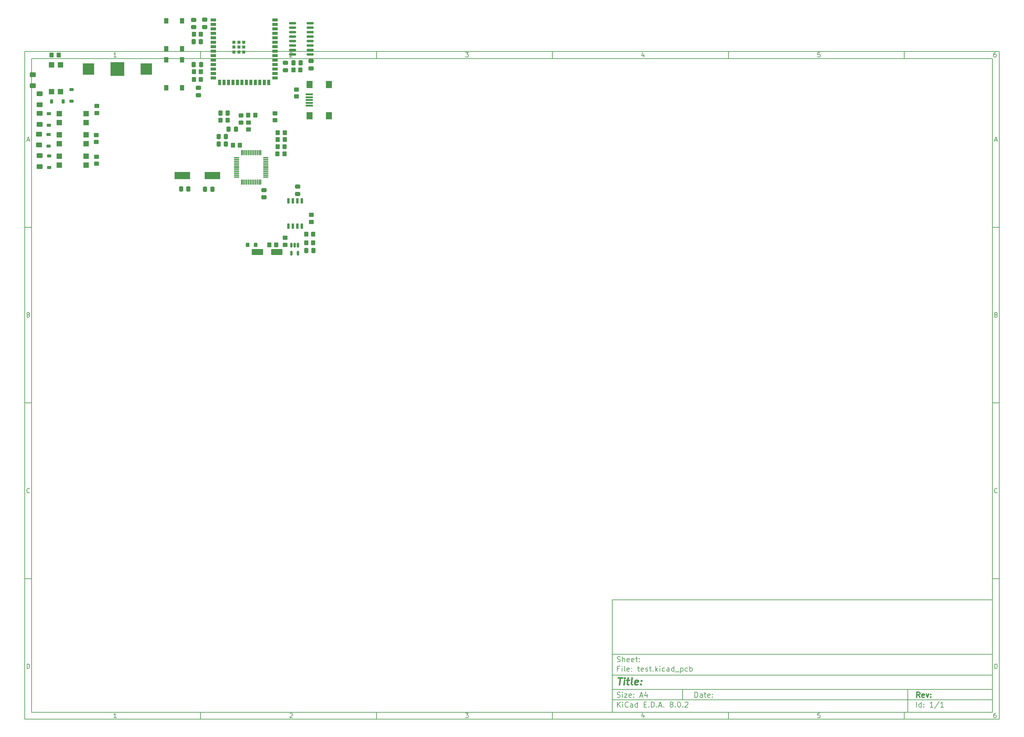
<source format=gbr>
%TF.GenerationSoftware,KiCad,Pcbnew,8.0.2-8.0.2-0~ubuntu22.04.1*%
%TF.CreationDate,2024-05-24T20:00:57+03:30*%
%TF.ProjectId,test,74657374-2e6b-4696-9361-645f70636258,rev?*%
%TF.SameCoordinates,Original*%
%TF.FileFunction,Paste,Top*%
%TF.FilePolarity,Positive*%
%FSLAX46Y46*%
G04 Gerber Fmt 4.6, Leading zero omitted, Abs format (unit mm)*
G04 Created by KiCad (PCBNEW 8.0.2-8.0.2-0~ubuntu22.04.1) date 2024-05-24 20:00:57*
%MOMM*%
%LPD*%
G01*
G04 APERTURE LIST*
G04 Aperture macros list*
%AMRoundRect*
0 Rectangle with rounded corners*
0 $1 Rounding radius*
0 $2 $3 $4 $5 $6 $7 $8 $9 X,Y pos of 4 corners*
0 Add a 4 corners polygon primitive as box body*
4,1,4,$2,$3,$4,$5,$6,$7,$8,$9,$2,$3,0*
0 Add four circle primitives for the rounded corners*
1,1,$1+$1,$2,$3*
1,1,$1+$1,$4,$5*
1,1,$1+$1,$6,$7*
1,1,$1+$1,$8,$9*
0 Add four rect primitives between the rounded corners*
20,1,$1+$1,$2,$3,$4,$5,0*
20,1,$1+$1,$4,$5,$6,$7,0*
20,1,$1+$1,$6,$7,$8,$9,0*
20,1,$1+$1,$8,$9,$2,$3,0*%
G04 Aperture macros list end*
%ADD10C,0.100000*%
%ADD11C,0.150000*%
%ADD12C,0.300000*%
%ADD13C,0.400000*%
%ADD14RoundRect,0.150000X0.150000X-0.650000X0.150000X0.650000X-0.150000X0.650000X-0.150000X-0.650000X0*%
%ADD15RoundRect,0.250000X0.337500X0.475000X-0.337500X0.475000X-0.337500X-0.475000X0.337500X-0.475000X0*%
%ADD16RoundRect,0.250000X0.350000X0.450000X-0.350000X0.450000X-0.350000X-0.450000X0.350000X-0.450000X0*%
%ADD17RoundRect,0.250000X-0.275000X-0.350000X0.275000X-0.350000X0.275000X0.350000X-0.275000X0.350000X0*%
%ADD18RoundRect,0.250000X0.450000X-0.350000X0.450000X0.350000X-0.450000X0.350000X-0.450000X-0.350000X0*%
%ADD19R,3.200000X3.200000*%
%ADD20R,3.900000X3.900000*%
%ADD21R,1.300000X1.550000*%
%ADD22RoundRect,0.250000X-0.450000X0.350000X-0.450000X-0.350000X0.450000X-0.350000X0.450000X0.350000X0*%
%ADD23RoundRect,0.250000X-0.475000X0.337500X-0.475000X-0.337500X0.475000X-0.337500X0.475000X0.337500X0*%
%ADD24RoundRect,0.250000X-0.350000X-0.450000X0.350000X-0.450000X0.350000X0.450000X-0.350000X0.450000X0*%
%ADD25R,4.500000X2.000000*%
%ADD26R,1.600000X1.600000*%
%ADD27RoundRect,0.250000X0.475000X-0.337500X0.475000X0.337500X-0.475000X0.337500X-0.475000X-0.337500X0*%
%ADD28RoundRect,0.225000X-0.375000X0.225000X-0.375000X-0.225000X0.375000X-0.225000X0.375000X0.225000X0*%
%ADD29R,2.000000X0.500000*%
%ADD30R,1.700000X2.000000*%
%ADD31RoundRect,0.150000X0.825000X0.150000X-0.825000X0.150000X-0.825000X-0.150000X0.825000X-0.150000X0*%
%ADD32RoundRect,0.250000X0.625000X-0.400000X0.625000X0.400000X-0.625000X0.400000X-0.625000X-0.400000X0*%
%ADD33RoundRect,0.250000X1.400000X0.600000X-1.400000X0.600000X-1.400000X-0.600000X1.400000X-0.600000X0*%
%ADD34RoundRect,0.225000X-0.225000X-0.375000X0.225000X-0.375000X0.225000X0.375000X-0.225000X0.375000X0*%
%ADD35RoundRect,0.250000X-0.337500X-0.475000X0.337500X-0.475000X0.337500X0.475000X-0.337500X0.475000X0*%
%ADD36RoundRect,0.250000X-0.450000X0.325000X-0.450000X-0.325000X0.450000X-0.325000X0.450000X0.325000X0*%
%ADD37RoundRect,0.250000X-0.625000X0.400000X-0.625000X-0.400000X0.625000X-0.400000X0.625000X0.400000X0*%
%ADD38R,0.900000X0.900000*%
%ADD39R,1.500000X0.900000*%
%ADD40R,0.900000X1.500000*%
%ADD41RoundRect,0.075000X-0.662500X-0.075000X0.662500X-0.075000X0.662500X0.075000X-0.662500X0.075000X0*%
%ADD42RoundRect,0.075000X-0.075000X-0.662500X0.075000X-0.662500X0.075000X0.662500X-0.075000X0.662500X0*%
%ADD43RoundRect,0.150000X-0.150000X0.512500X-0.150000X-0.512500X0.150000X-0.512500X0.150000X0.512500X0*%
G04 APERTURE END LIST*
D10*
D11*
X177002200Y-166007200D02*
X285002200Y-166007200D01*
X285002200Y-198007200D01*
X177002200Y-198007200D01*
X177002200Y-166007200D01*
D10*
D11*
X10000000Y-10000000D02*
X287002200Y-10000000D01*
X287002200Y-200007200D01*
X10000000Y-200007200D01*
X10000000Y-10000000D01*
D10*
D11*
X12000000Y-12000000D02*
X285002200Y-12000000D01*
X285002200Y-198007200D01*
X12000000Y-198007200D01*
X12000000Y-12000000D01*
D10*
D11*
X60000000Y-12000000D02*
X60000000Y-10000000D01*
D10*
D11*
X110000000Y-12000000D02*
X110000000Y-10000000D01*
D10*
D11*
X160000000Y-12000000D02*
X160000000Y-10000000D01*
D10*
D11*
X210000000Y-12000000D02*
X210000000Y-10000000D01*
D10*
D11*
X260000000Y-12000000D02*
X260000000Y-10000000D01*
D10*
D11*
X36089160Y-11593604D02*
X35346303Y-11593604D01*
X35717731Y-11593604D02*
X35717731Y-10293604D01*
X35717731Y-10293604D02*
X35593922Y-10479319D01*
X35593922Y-10479319D02*
X35470112Y-10603128D01*
X35470112Y-10603128D02*
X35346303Y-10665033D01*
D10*
D11*
X85346303Y-10417414D02*
X85408207Y-10355509D01*
X85408207Y-10355509D02*
X85532017Y-10293604D01*
X85532017Y-10293604D02*
X85841541Y-10293604D01*
X85841541Y-10293604D02*
X85965350Y-10355509D01*
X85965350Y-10355509D02*
X86027255Y-10417414D01*
X86027255Y-10417414D02*
X86089160Y-10541223D01*
X86089160Y-10541223D02*
X86089160Y-10665033D01*
X86089160Y-10665033D02*
X86027255Y-10850747D01*
X86027255Y-10850747D02*
X85284398Y-11593604D01*
X85284398Y-11593604D02*
X86089160Y-11593604D01*
D10*
D11*
X135284398Y-10293604D02*
X136089160Y-10293604D01*
X136089160Y-10293604D02*
X135655826Y-10788842D01*
X135655826Y-10788842D02*
X135841541Y-10788842D01*
X135841541Y-10788842D02*
X135965350Y-10850747D01*
X135965350Y-10850747D02*
X136027255Y-10912652D01*
X136027255Y-10912652D02*
X136089160Y-11036461D01*
X136089160Y-11036461D02*
X136089160Y-11345985D01*
X136089160Y-11345985D02*
X136027255Y-11469795D01*
X136027255Y-11469795D02*
X135965350Y-11531700D01*
X135965350Y-11531700D02*
X135841541Y-11593604D01*
X135841541Y-11593604D02*
X135470112Y-11593604D01*
X135470112Y-11593604D02*
X135346303Y-11531700D01*
X135346303Y-11531700D02*
X135284398Y-11469795D01*
D10*
D11*
X185965350Y-10726938D02*
X185965350Y-11593604D01*
X185655826Y-10231700D02*
X185346303Y-11160271D01*
X185346303Y-11160271D02*
X186151064Y-11160271D01*
D10*
D11*
X236027255Y-10293604D02*
X235408207Y-10293604D01*
X235408207Y-10293604D02*
X235346303Y-10912652D01*
X235346303Y-10912652D02*
X235408207Y-10850747D01*
X235408207Y-10850747D02*
X235532017Y-10788842D01*
X235532017Y-10788842D02*
X235841541Y-10788842D01*
X235841541Y-10788842D02*
X235965350Y-10850747D01*
X235965350Y-10850747D02*
X236027255Y-10912652D01*
X236027255Y-10912652D02*
X236089160Y-11036461D01*
X236089160Y-11036461D02*
X236089160Y-11345985D01*
X236089160Y-11345985D02*
X236027255Y-11469795D01*
X236027255Y-11469795D02*
X235965350Y-11531700D01*
X235965350Y-11531700D02*
X235841541Y-11593604D01*
X235841541Y-11593604D02*
X235532017Y-11593604D01*
X235532017Y-11593604D02*
X235408207Y-11531700D01*
X235408207Y-11531700D02*
X235346303Y-11469795D01*
D10*
D11*
X285965350Y-10293604D02*
X285717731Y-10293604D01*
X285717731Y-10293604D02*
X285593922Y-10355509D01*
X285593922Y-10355509D02*
X285532017Y-10417414D01*
X285532017Y-10417414D02*
X285408207Y-10603128D01*
X285408207Y-10603128D02*
X285346303Y-10850747D01*
X285346303Y-10850747D02*
X285346303Y-11345985D01*
X285346303Y-11345985D02*
X285408207Y-11469795D01*
X285408207Y-11469795D02*
X285470112Y-11531700D01*
X285470112Y-11531700D02*
X285593922Y-11593604D01*
X285593922Y-11593604D02*
X285841541Y-11593604D01*
X285841541Y-11593604D02*
X285965350Y-11531700D01*
X285965350Y-11531700D02*
X286027255Y-11469795D01*
X286027255Y-11469795D02*
X286089160Y-11345985D01*
X286089160Y-11345985D02*
X286089160Y-11036461D01*
X286089160Y-11036461D02*
X286027255Y-10912652D01*
X286027255Y-10912652D02*
X285965350Y-10850747D01*
X285965350Y-10850747D02*
X285841541Y-10788842D01*
X285841541Y-10788842D02*
X285593922Y-10788842D01*
X285593922Y-10788842D02*
X285470112Y-10850747D01*
X285470112Y-10850747D02*
X285408207Y-10912652D01*
X285408207Y-10912652D02*
X285346303Y-11036461D01*
D10*
D11*
X60000000Y-198007200D02*
X60000000Y-200007200D01*
D10*
D11*
X110000000Y-198007200D02*
X110000000Y-200007200D01*
D10*
D11*
X160000000Y-198007200D02*
X160000000Y-200007200D01*
D10*
D11*
X210000000Y-198007200D02*
X210000000Y-200007200D01*
D10*
D11*
X260000000Y-198007200D02*
X260000000Y-200007200D01*
D10*
D11*
X36089160Y-199600804D02*
X35346303Y-199600804D01*
X35717731Y-199600804D02*
X35717731Y-198300804D01*
X35717731Y-198300804D02*
X35593922Y-198486519D01*
X35593922Y-198486519D02*
X35470112Y-198610328D01*
X35470112Y-198610328D02*
X35346303Y-198672233D01*
D10*
D11*
X85346303Y-198424614D02*
X85408207Y-198362709D01*
X85408207Y-198362709D02*
X85532017Y-198300804D01*
X85532017Y-198300804D02*
X85841541Y-198300804D01*
X85841541Y-198300804D02*
X85965350Y-198362709D01*
X85965350Y-198362709D02*
X86027255Y-198424614D01*
X86027255Y-198424614D02*
X86089160Y-198548423D01*
X86089160Y-198548423D02*
X86089160Y-198672233D01*
X86089160Y-198672233D02*
X86027255Y-198857947D01*
X86027255Y-198857947D02*
X85284398Y-199600804D01*
X85284398Y-199600804D02*
X86089160Y-199600804D01*
D10*
D11*
X135284398Y-198300804D02*
X136089160Y-198300804D01*
X136089160Y-198300804D02*
X135655826Y-198796042D01*
X135655826Y-198796042D02*
X135841541Y-198796042D01*
X135841541Y-198796042D02*
X135965350Y-198857947D01*
X135965350Y-198857947D02*
X136027255Y-198919852D01*
X136027255Y-198919852D02*
X136089160Y-199043661D01*
X136089160Y-199043661D02*
X136089160Y-199353185D01*
X136089160Y-199353185D02*
X136027255Y-199476995D01*
X136027255Y-199476995D02*
X135965350Y-199538900D01*
X135965350Y-199538900D02*
X135841541Y-199600804D01*
X135841541Y-199600804D02*
X135470112Y-199600804D01*
X135470112Y-199600804D02*
X135346303Y-199538900D01*
X135346303Y-199538900D02*
X135284398Y-199476995D01*
D10*
D11*
X185965350Y-198734138D02*
X185965350Y-199600804D01*
X185655826Y-198238900D02*
X185346303Y-199167471D01*
X185346303Y-199167471D02*
X186151064Y-199167471D01*
D10*
D11*
X236027255Y-198300804D02*
X235408207Y-198300804D01*
X235408207Y-198300804D02*
X235346303Y-198919852D01*
X235346303Y-198919852D02*
X235408207Y-198857947D01*
X235408207Y-198857947D02*
X235532017Y-198796042D01*
X235532017Y-198796042D02*
X235841541Y-198796042D01*
X235841541Y-198796042D02*
X235965350Y-198857947D01*
X235965350Y-198857947D02*
X236027255Y-198919852D01*
X236027255Y-198919852D02*
X236089160Y-199043661D01*
X236089160Y-199043661D02*
X236089160Y-199353185D01*
X236089160Y-199353185D02*
X236027255Y-199476995D01*
X236027255Y-199476995D02*
X235965350Y-199538900D01*
X235965350Y-199538900D02*
X235841541Y-199600804D01*
X235841541Y-199600804D02*
X235532017Y-199600804D01*
X235532017Y-199600804D02*
X235408207Y-199538900D01*
X235408207Y-199538900D02*
X235346303Y-199476995D01*
D10*
D11*
X285965350Y-198300804D02*
X285717731Y-198300804D01*
X285717731Y-198300804D02*
X285593922Y-198362709D01*
X285593922Y-198362709D02*
X285532017Y-198424614D01*
X285532017Y-198424614D02*
X285408207Y-198610328D01*
X285408207Y-198610328D02*
X285346303Y-198857947D01*
X285346303Y-198857947D02*
X285346303Y-199353185D01*
X285346303Y-199353185D02*
X285408207Y-199476995D01*
X285408207Y-199476995D02*
X285470112Y-199538900D01*
X285470112Y-199538900D02*
X285593922Y-199600804D01*
X285593922Y-199600804D02*
X285841541Y-199600804D01*
X285841541Y-199600804D02*
X285965350Y-199538900D01*
X285965350Y-199538900D02*
X286027255Y-199476995D01*
X286027255Y-199476995D02*
X286089160Y-199353185D01*
X286089160Y-199353185D02*
X286089160Y-199043661D01*
X286089160Y-199043661D02*
X286027255Y-198919852D01*
X286027255Y-198919852D02*
X285965350Y-198857947D01*
X285965350Y-198857947D02*
X285841541Y-198796042D01*
X285841541Y-198796042D02*
X285593922Y-198796042D01*
X285593922Y-198796042D02*
X285470112Y-198857947D01*
X285470112Y-198857947D02*
X285408207Y-198919852D01*
X285408207Y-198919852D02*
X285346303Y-199043661D01*
D10*
D11*
X10000000Y-60000000D02*
X12000000Y-60000000D01*
D10*
D11*
X10000000Y-110000000D02*
X12000000Y-110000000D01*
D10*
D11*
X10000000Y-160000000D02*
X12000000Y-160000000D01*
D10*
D11*
X10690476Y-35222176D02*
X11309523Y-35222176D01*
X10566666Y-35593604D02*
X10999999Y-34293604D01*
X10999999Y-34293604D02*
X11433333Y-35593604D01*
D10*
D11*
X11092857Y-84912652D02*
X11278571Y-84974557D01*
X11278571Y-84974557D02*
X11340476Y-85036461D01*
X11340476Y-85036461D02*
X11402380Y-85160271D01*
X11402380Y-85160271D02*
X11402380Y-85345985D01*
X11402380Y-85345985D02*
X11340476Y-85469795D01*
X11340476Y-85469795D02*
X11278571Y-85531700D01*
X11278571Y-85531700D02*
X11154761Y-85593604D01*
X11154761Y-85593604D02*
X10659523Y-85593604D01*
X10659523Y-85593604D02*
X10659523Y-84293604D01*
X10659523Y-84293604D02*
X11092857Y-84293604D01*
X11092857Y-84293604D02*
X11216666Y-84355509D01*
X11216666Y-84355509D02*
X11278571Y-84417414D01*
X11278571Y-84417414D02*
X11340476Y-84541223D01*
X11340476Y-84541223D02*
X11340476Y-84665033D01*
X11340476Y-84665033D02*
X11278571Y-84788842D01*
X11278571Y-84788842D02*
X11216666Y-84850747D01*
X11216666Y-84850747D02*
X11092857Y-84912652D01*
X11092857Y-84912652D02*
X10659523Y-84912652D01*
D10*
D11*
X11402380Y-135469795D02*
X11340476Y-135531700D01*
X11340476Y-135531700D02*
X11154761Y-135593604D01*
X11154761Y-135593604D02*
X11030952Y-135593604D01*
X11030952Y-135593604D02*
X10845238Y-135531700D01*
X10845238Y-135531700D02*
X10721428Y-135407890D01*
X10721428Y-135407890D02*
X10659523Y-135284080D01*
X10659523Y-135284080D02*
X10597619Y-135036461D01*
X10597619Y-135036461D02*
X10597619Y-134850747D01*
X10597619Y-134850747D02*
X10659523Y-134603128D01*
X10659523Y-134603128D02*
X10721428Y-134479319D01*
X10721428Y-134479319D02*
X10845238Y-134355509D01*
X10845238Y-134355509D02*
X11030952Y-134293604D01*
X11030952Y-134293604D02*
X11154761Y-134293604D01*
X11154761Y-134293604D02*
X11340476Y-134355509D01*
X11340476Y-134355509D02*
X11402380Y-134417414D01*
D10*
D11*
X10659523Y-185593604D02*
X10659523Y-184293604D01*
X10659523Y-184293604D02*
X10969047Y-184293604D01*
X10969047Y-184293604D02*
X11154761Y-184355509D01*
X11154761Y-184355509D02*
X11278571Y-184479319D01*
X11278571Y-184479319D02*
X11340476Y-184603128D01*
X11340476Y-184603128D02*
X11402380Y-184850747D01*
X11402380Y-184850747D02*
X11402380Y-185036461D01*
X11402380Y-185036461D02*
X11340476Y-185284080D01*
X11340476Y-185284080D02*
X11278571Y-185407890D01*
X11278571Y-185407890D02*
X11154761Y-185531700D01*
X11154761Y-185531700D02*
X10969047Y-185593604D01*
X10969047Y-185593604D02*
X10659523Y-185593604D01*
D10*
D11*
X287002200Y-60000000D02*
X285002200Y-60000000D01*
D10*
D11*
X287002200Y-110000000D02*
X285002200Y-110000000D01*
D10*
D11*
X287002200Y-160000000D02*
X285002200Y-160000000D01*
D10*
D11*
X285692676Y-35222176D02*
X286311723Y-35222176D01*
X285568866Y-35593604D02*
X286002199Y-34293604D01*
X286002199Y-34293604D02*
X286435533Y-35593604D01*
D10*
D11*
X286095057Y-84912652D02*
X286280771Y-84974557D01*
X286280771Y-84974557D02*
X286342676Y-85036461D01*
X286342676Y-85036461D02*
X286404580Y-85160271D01*
X286404580Y-85160271D02*
X286404580Y-85345985D01*
X286404580Y-85345985D02*
X286342676Y-85469795D01*
X286342676Y-85469795D02*
X286280771Y-85531700D01*
X286280771Y-85531700D02*
X286156961Y-85593604D01*
X286156961Y-85593604D02*
X285661723Y-85593604D01*
X285661723Y-85593604D02*
X285661723Y-84293604D01*
X285661723Y-84293604D02*
X286095057Y-84293604D01*
X286095057Y-84293604D02*
X286218866Y-84355509D01*
X286218866Y-84355509D02*
X286280771Y-84417414D01*
X286280771Y-84417414D02*
X286342676Y-84541223D01*
X286342676Y-84541223D02*
X286342676Y-84665033D01*
X286342676Y-84665033D02*
X286280771Y-84788842D01*
X286280771Y-84788842D02*
X286218866Y-84850747D01*
X286218866Y-84850747D02*
X286095057Y-84912652D01*
X286095057Y-84912652D02*
X285661723Y-84912652D01*
D10*
D11*
X286404580Y-135469795D02*
X286342676Y-135531700D01*
X286342676Y-135531700D02*
X286156961Y-135593604D01*
X286156961Y-135593604D02*
X286033152Y-135593604D01*
X286033152Y-135593604D02*
X285847438Y-135531700D01*
X285847438Y-135531700D02*
X285723628Y-135407890D01*
X285723628Y-135407890D02*
X285661723Y-135284080D01*
X285661723Y-135284080D02*
X285599819Y-135036461D01*
X285599819Y-135036461D02*
X285599819Y-134850747D01*
X285599819Y-134850747D02*
X285661723Y-134603128D01*
X285661723Y-134603128D02*
X285723628Y-134479319D01*
X285723628Y-134479319D02*
X285847438Y-134355509D01*
X285847438Y-134355509D02*
X286033152Y-134293604D01*
X286033152Y-134293604D02*
X286156961Y-134293604D01*
X286156961Y-134293604D02*
X286342676Y-134355509D01*
X286342676Y-134355509D02*
X286404580Y-134417414D01*
D10*
D11*
X285661723Y-185593604D02*
X285661723Y-184293604D01*
X285661723Y-184293604D02*
X285971247Y-184293604D01*
X285971247Y-184293604D02*
X286156961Y-184355509D01*
X286156961Y-184355509D02*
X286280771Y-184479319D01*
X286280771Y-184479319D02*
X286342676Y-184603128D01*
X286342676Y-184603128D02*
X286404580Y-184850747D01*
X286404580Y-184850747D02*
X286404580Y-185036461D01*
X286404580Y-185036461D02*
X286342676Y-185284080D01*
X286342676Y-185284080D02*
X286280771Y-185407890D01*
X286280771Y-185407890D02*
X286156961Y-185531700D01*
X286156961Y-185531700D02*
X285971247Y-185593604D01*
X285971247Y-185593604D02*
X285661723Y-185593604D01*
D10*
D11*
X200458026Y-193793328D02*
X200458026Y-192293328D01*
X200458026Y-192293328D02*
X200815169Y-192293328D01*
X200815169Y-192293328D02*
X201029455Y-192364757D01*
X201029455Y-192364757D02*
X201172312Y-192507614D01*
X201172312Y-192507614D02*
X201243741Y-192650471D01*
X201243741Y-192650471D02*
X201315169Y-192936185D01*
X201315169Y-192936185D02*
X201315169Y-193150471D01*
X201315169Y-193150471D02*
X201243741Y-193436185D01*
X201243741Y-193436185D02*
X201172312Y-193579042D01*
X201172312Y-193579042D02*
X201029455Y-193721900D01*
X201029455Y-193721900D02*
X200815169Y-193793328D01*
X200815169Y-193793328D02*
X200458026Y-193793328D01*
X202600884Y-193793328D02*
X202600884Y-193007614D01*
X202600884Y-193007614D02*
X202529455Y-192864757D01*
X202529455Y-192864757D02*
X202386598Y-192793328D01*
X202386598Y-192793328D02*
X202100884Y-192793328D01*
X202100884Y-192793328D02*
X201958026Y-192864757D01*
X202600884Y-193721900D02*
X202458026Y-193793328D01*
X202458026Y-193793328D02*
X202100884Y-193793328D01*
X202100884Y-193793328D02*
X201958026Y-193721900D01*
X201958026Y-193721900D02*
X201886598Y-193579042D01*
X201886598Y-193579042D02*
X201886598Y-193436185D01*
X201886598Y-193436185D02*
X201958026Y-193293328D01*
X201958026Y-193293328D02*
X202100884Y-193221900D01*
X202100884Y-193221900D02*
X202458026Y-193221900D01*
X202458026Y-193221900D02*
X202600884Y-193150471D01*
X203100884Y-192793328D02*
X203672312Y-192793328D01*
X203315169Y-192293328D02*
X203315169Y-193579042D01*
X203315169Y-193579042D02*
X203386598Y-193721900D01*
X203386598Y-193721900D02*
X203529455Y-193793328D01*
X203529455Y-193793328D02*
X203672312Y-193793328D01*
X204743741Y-193721900D02*
X204600884Y-193793328D01*
X204600884Y-193793328D02*
X204315170Y-193793328D01*
X204315170Y-193793328D02*
X204172312Y-193721900D01*
X204172312Y-193721900D02*
X204100884Y-193579042D01*
X204100884Y-193579042D02*
X204100884Y-193007614D01*
X204100884Y-193007614D02*
X204172312Y-192864757D01*
X204172312Y-192864757D02*
X204315170Y-192793328D01*
X204315170Y-192793328D02*
X204600884Y-192793328D01*
X204600884Y-192793328D02*
X204743741Y-192864757D01*
X204743741Y-192864757D02*
X204815170Y-193007614D01*
X204815170Y-193007614D02*
X204815170Y-193150471D01*
X204815170Y-193150471D02*
X204100884Y-193293328D01*
X205458026Y-193650471D02*
X205529455Y-193721900D01*
X205529455Y-193721900D02*
X205458026Y-193793328D01*
X205458026Y-193793328D02*
X205386598Y-193721900D01*
X205386598Y-193721900D02*
X205458026Y-193650471D01*
X205458026Y-193650471D02*
X205458026Y-193793328D01*
X205458026Y-192864757D02*
X205529455Y-192936185D01*
X205529455Y-192936185D02*
X205458026Y-193007614D01*
X205458026Y-193007614D02*
X205386598Y-192936185D01*
X205386598Y-192936185D02*
X205458026Y-192864757D01*
X205458026Y-192864757D02*
X205458026Y-193007614D01*
D10*
D11*
X177002200Y-194507200D02*
X285002200Y-194507200D01*
D10*
D11*
X178458026Y-196593328D02*
X178458026Y-195093328D01*
X179315169Y-196593328D02*
X178672312Y-195736185D01*
X179315169Y-195093328D02*
X178458026Y-195950471D01*
X179958026Y-196593328D02*
X179958026Y-195593328D01*
X179958026Y-195093328D02*
X179886598Y-195164757D01*
X179886598Y-195164757D02*
X179958026Y-195236185D01*
X179958026Y-195236185D02*
X180029455Y-195164757D01*
X180029455Y-195164757D02*
X179958026Y-195093328D01*
X179958026Y-195093328D02*
X179958026Y-195236185D01*
X181529455Y-196450471D02*
X181458027Y-196521900D01*
X181458027Y-196521900D02*
X181243741Y-196593328D01*
X181243741Y-196593328D02*
X181100884Y-196593328D01*
X181100884Y-196593328D02*
X180886598Y-196521900D01*
X180886598Y-196521900D02*
X180743741Y-196379042D01*
X180743741Y-196379042D02*
X180672312Y-196236185D01*
X180672312Y-196236185D02*
X180600884Y-195950471D01*
X180600884Y-195950471D02*
X180600884Y-195736185D01*
X180600884Y-195736185D02*
X180672312Y-195450471D01*
X180672312Y-195450471D02*
X180743741Y-195307614D01*
X180743741Y-195307614D02*
X180886598Y-195164757D01*
X180886598Y-195164757D02*
X181100884Y-195093328D01*
X181100884Y-195093328D02*
X181243741Y-195093328D01*
X181243741Y-195093328D02*
X181458027Y-195164757D01*
X181458027Y-195164757D02*
X181529455Y-195236185D01*
X182815170Y-196593328D02*
X182815170Y-195807614D01*
X182815170Y-195807614D02*
X182743741Y-195664757D01*
X182743741Y-195664757D02*
X182600884Y-195593328D01*
X182600884Y-195593328D02*
X182315170Y-195593328D01*
X182315170Y-195593328D02*
X182172312Y-195664757D01*
X182815170Y-196521900D02*
X182672312Y-196593328D01*
X182672312Y-196593328D02*
X182315170Y-196593328D01*
X182315170Y-196593328D02*
X182172312Y-196521900D01*
X182172312Y-196521900D02*
X182100884Y-196379042D01*
X182100884Y-196379042D02*
X182100884Y-196236185D01*
X182100884Y-196236185D02*
X182172312Y-196093328D01*
X182172312Y-196093328D02*
X182315170Y-196021900D01*
X182315170Y-196021900D02*
X182672312Y-196021900D01*
X182672312Y-196021900D02*
X182815170Y-195950471D01*
X184172313Y-196593328D02*
X184172313Y-195093328D01*
X184172313Y-196521900D02*
X184029455Y-196593328D01*
X184029455Y-196593328D02*
X183743741Y-196593328D01*
X183743741Y-196593328D02*
X183600884Y-196521900D01*
X183600884Y-196521900D02*
X183529455Y-196450471D01*
X183529455Y-196450471D02*
X183458027Y-196307614D01*
X183458027Y-196307614D02*
X183458027Y-195879042D01*
X183458027Y-195879042D02*
X183529455Y-195736185D01*
X183529455Y-195736185D02*
X183600884Y-195664757D01*
X183600884Y-195664757D02*
X183743741Y-195593328D01*
X183743741Y-195593328D02*
X184029455Y-195593328D01*
X184029455Y-195593328D02*
X184172313Y-195664757D01*
X186029455Y-195807614D02*
X186529455Y-195807614D01*
X186743741Y-196593328D02*
X186029455Y-196593328D01*
X186029455Y-196593328D02*
X186029455Y-195093328D01*
X186029455Y-195093328D02*
X186743741Y-195093328D01*
X187386598Y-196450471D02*
X187458027Y-196521900D01*
X187458027Y-196521900D02*
X187386598Y-196593328D01*
X187386598Y-196593328D02*
X187315170Y-196521900D01*
X187315170Y-196521900D02*
X187386598Y-196450471D01*
X187386598Y-196450471D02*
X187386598Y-196593328D01*
X188100884Y-196593328D02*
X188100884Y-195093328D01*
X188100884Y-195093328D02*
X188458027Y-195093328D01*
X188458027Y-195093328D02*
X188672313Y-195164757D01*
X188672313Y-195164757D02*
X188815170Y-195307614D01*
X188815170Y-195307614D02*
X188886599Y-195450471D01*
X188886599Y-195450471D02*
X188958027Y-195736185D01*
X188958027Y-195736185D02*
X188958027Y-195950471D01*
X188958027Y-195950471D02*
X188886599Y-196236185D01*
X188886599Y-196236185D02*
X188815170Y-196379042D01*
X188815170Y-196379042D02*
X188672313Y-196521900D01*
X188672313Y-196521900D02*
X188458027Y-196593328D01*
X188458027Y-196593328D02*
X188100884Y-196593328D01*
X189600884Y-196450471D02*
X189672313Y-196521900D01*
X189672313Y-196521900D02*
X189600884Y-196593328D01*
X189600884Y-196593328D02*
X189529456Y-196521900D01*
X189529456Y-196521900D02*
X189600884Y-196450471D01*
X189600884Y-196450471D02*
X189600884Y-196593328D01*
X190243742Y-196164757D02*
X190958028Y-196164757D01*
X190100885Y-196593328D02*
X190600885Y-195093328D01*
X190600885Y-195093328D02*
X191100885Y-196593328D01*
X191600884Y-196450471D02*
X191672313Y-196521900D01*
X191672313Y-196521900D02*
X191600884Y-196593328D01*
X191600884Y-196593328D02*
X191529456Y-196521900D01*
X191529456Y-196521900D02*
X191600884Y-196450471D01*
X191600884Y-196450471D02*
X191600884Y-196593328D01*
X193672313Y-195736185D02*
X193529456Y-195664757D01*
X193529456Y-195664757D02*
X193458027Y-195593328D01*
X193458027Y-195593328D02*
X193386599Y-195450471D01*
X193386599Y-195450471D02*
X193386599Y-195379042D01*
X193386599Y-195379042D02*
X193458027Y-195236185D01*
X193458027Y-195236185D02*
X193529456Y-195164757D01*
X193529456Y-195164757D02*
X193672313Y-195093328D01*
X193672313Y-195093328D02*
X193958027Y-195093328D01*
X193958027Y-195093328D02*
X194100885Y-195164757D01*
X194100885Y-195164757D02*
X194172313Y-195236185D01*
X194172313Y-195236185D02*
X194243742Y-195379042D01*
X194243742Y-195379042D02*
X194243742Y-195450471D01*
X194243742Y-195450471D02*
X194172313Y-195593328D01*
X194172313Y-195593328D02*
X194100885Y-195664757D01*
X194100885Y-195664757D02*
X193958027Y-195736185D01*
X193958027Y-195736185D02*
X193672313Y-195736185D01*
X193672313Y-195736185D02*
X193529456Y-195807614D01*
X193529456Y-195807614D02*
X193458027Y-195879042D01*
X193458027Y-195879042D02*
X193386599Y-196021900D01*
X193386599Y-196021900D02*
X193386599Y-196307614D01*
X193386599Y-196307614D02*
X193458027Y-196450471D01*
X193458027Y-196450471D02*
X193529456Y-196521900D01*
X193529456Y-196521900D02*
X193672313Y-196593328D01*
X193672313Y-196593328D02*
X193958027Y-196593328D01*
X193958027Y-196593328D02*
X194100885Y-196521900D01*
X194100885Y-196521900D02*
X194172313Y-196450471D01*
X194172313Y-196450471D02*
X194243742Y-196307614D01*
X194243742Y-196307614D02*
X194243742Y-196021900D01*
X194243742Y-196021900D02*
X194172313Y-195879042D01*
X194172313Y-195879042D02*
X194100885Y-195807614D01*
X194100885Y-195807614D02*
X193958027Y-195736185D01*
X194886598Y-196450471D02*
X194958027Y-196521900D01*
X194958027Y-196521900D02*
X194886598Y-196593328D01*
X194886598Y-196593328D02*
X194815170Y-196521900D01*
X194815170Y-196521900D02*
X194886598Y-196450471D01*
X194886598Y-196450471D02*
X194886598Y-196593328D01*
X195886599Y-195093328D02*
X196029456Y-195093328D01*
X196029456Y-195093328D02*
X196172313Y-195164757D01*
X196172313Y-195164757D02*
X196243742Y-195236185D01*
X196243742Y-195236185D02*
X196315170Y-195379042D01*
X196315170Y-195379042D02*
X196386599Y-195664757D01*
X196386599Y-195664757D02*
X196386599Y-196021900D01*
X196386599Y-196021900D02*
X196315170Y-196307614D01*
X196315170Y-196307614D02*
X196243742Y-196450471D01*
X196243742Y-196450471D02*
X196172313Y-196521900D01*
X196172313Y-196521900D02*
X196029456Y-196593328D01*
X196029456Y-196593328D02*
X195886599Y-196593328D01*
X195886599Y-196593328D02*
X195743742Y-196521900D01*
X195743742Y-196521900D02*
X195672313Y-196450471D01*
X195672313Y-196450471D02*
X195600884Y-196307614D01*
X195600884Y-196307614D02*
X195529456Y-196021900D01*
X195529456Y-196021900D02*
X195529456Y-195664757D01*
X195529456Y-195664757D02*
X195600884Y-195379042D01*
X195600884Y-195379042D02*
X195672313Y-195236185D01*
X195672313Y-195236185D02*
X195743742Y-195164757D01*
X195743742Y-195164757D02*
X195886599Y-195093328D01*
X197029455Y-196450471D02*
X197100884Y-196521900D01*
X197100884Y-196521900D02*
X197029455Y-196593328D01*
X197029455Y-196593328D02*
X196958027Y-196521900D01*
X196958027Y-196521900D02*
X197029455Y-196450471D01*
X197029455Y-196450471D02*
X197029455Y-196593328D01*
X197672313Y-195236185D02*
X197743741Y-195164757D01*
X197743741Y-195164757D02*
X197886599Y-195093328D01*
X197886599Y-195093328D02*
X198243741Y-195093328D01*
X198243741Y-195093328D02*
X198386599Y-195164757D01*
X198386599Y-195164757D02*
X198458027Y-195236185D01*
X198458027Y-195236185D02*
X198529456Y-195379042D01*
X198529456Y-195379042D02*
X198529456Y-195521900D01*
X198529456Y-195521900D02*
X198458027Y-195736185D01*
X198458027Y-195736185D02*
X197600884Y-196593328D01*
X197600884Y-196593328D02*
X198529456Y-196593328D01*
D10*
D11*
X177002200Y-191507200D02*
X285002200Y-191507200D01*
D10*
D12*
X264413853Y-193785528D02*
X263913853Y-193071242D01*
X263556710Y-193785528D02*
X263556710Y-192285528D01*
X263556710Y-192285528D02*
X264128139Y-192285528D01*
X264128139Y-192285528D02*
X264270996Y-192356957D01*
X264270996Y-192356957D02*
X264342425Y-192428385D01*
X264342425Y-192428385D02*
X264413853Y-192571242D01*
X264413853Y-192571242D02*
X264413853Y-192785528D01*
X264413853Y-192785528D02*
X264342425Y-192928385D01*
X264342425Y-192928385D02*
X264270996Y-192999814D01*
X264270996Y-192999814D02*
X264128139Y-193071242D01*
X264128139Y-193071242D02*
X263556710Y-193071242D01*
X265628139Y-193714100D02*
X265485282Y-193785528D01*
X265485282Y-193785528D02*
X265199568Y-193785528D01*
X265199568Y-193785528D02*
X265056710Y-193714100D01*
X265056710Y-193714100D02*
X264985282Y-193571242D01*
X264985282Y-193571242D02*
X264985282Y-192999814D01*
X264985282Y-192999814D02*
X265056710Y-192856957D01*
X265056710Y-192856957D02*
X265199568Y-192785528D01*
X265199568Y-192785528D02*
X265485282Y-192785528D01*
X265485282Y-192785528D02*
X265628139Y-192856957D01*
X265628139Y-192856957D02*
X265699568Y-192999814D01*
X265699568Y-192999814D02*
X265699568Y-193142671D01*
X265699568Y-193142671D02*
X264985282Y-193285528D01*
X266199567Y-192785528D02*
X266556710Y-193785528D01*
X266556710Y-193785528D02*
X266913853Y-192785528D01*
X267485281Y-193642671D02*
X267556710Y-193714100D01*
X267556710Y-193714100D02*
X267485281Y-193785528D01*
X267485281Y-193785528D02*
X267413853Y-193714100D01*
X267413853Y-193714100D02*
X267485281Y-193642671D01*
X267485281Y-193642671D02*
X267485281Y-193785528D01*
X267485281Y-192856957D02*
X267556710Y-192928385D01*
X267556710Y-192928385D02*
X267485281Y-192999814D01*
X267485281Y-192999814D02*
X267413853Y-192928385D01*
X267413853Y-192928385D02*
X267485281Y-192856957D01*
X267485281Y-192856957D02*
X267485281Y-192999814D01*
D10*
D11*
X178386598Y-193721900D02*
X178600884Y-193793328D01*
X178600884Y-193793328D02*
X178958026Y-193793328D01*
X178958026Y-193793328D02*
X179100884Y-193721900D01*
X179100884Y-193721900D02*
X179172312Y-193650471D01*
X179172312Y-193650471D02*
X179243741Y-193507614D01*
X179243741Y-193507614D02*
X179243741Y-193364757D01*
X179243741Y-193364757D02*
X179172312Y-193221900D01*
X179172312Y-193221900D02*
X179100884Y-193150471D01*
X179100884Y-193150471D02*
X178958026Y-193079042D01*
X178958026Y-193079042D02*
X178672312Y-193007614D01*
X178672312Y-193007614D02*
X178529455Y-192936185D01*
X178529455Y-192936185D02*
X178458026Y-192864757D01*
X178458026Y-192864757D02*
X178386598Y-192721900D01*
X178386598Y-192721900D02*
X178386598Y-192579042D01*
X178386598Y-192579042D02*
X178458026Y-192436185D01*
X178458026Y-192436185D02*
X178529455Y-192364757D01*
X178529455Y-192364757D02*
X178672312Y-192293328D01*
X178672312Y-192293328D02*
X179029455Y-192293328D01*
X179029455Y-192293328D02*
X179243741Y-192364757D01*
X179886597Y-193793328D02*
X179886597Y-192793328D01*
X179886597Y-192293328D02*
X179815169Y-192364757D01*
X179815169Y-192364757D02*
X179886597Y-192436185D01*
X179886597Y-192436185D02*
X179958026Y-192364757D01*
X179958026Y-192364757D02*
X179886597Y-192293328D01*
X179886597Y-192293328D02*
X179886597Y-192436185D01*
X180458026Y-192793328D02*
X181243741Y-192793328D01*
X181243741Y-192793328D02*
X180458026Y-193793328D01*
X180458026Y-193793328D02*
X181243741Y-193793328D01*
X182386598Y-193721900D02*
X182243741Y-193793328D01*
X182243741Y-193793328D02*
X181958027Y-193793328D01*
X181958027Y-193793328D02*
X181815169Y-193721900D01*
X181815169Y-193721900D02*
X181743741Y-193579042D01*
X181743741Y-193579042D02*
X181743741Y-193007614D01*
X181743741Y-193007614D02*
X181815169Y-192864757D01*
X181815169Y-192864757D02*
X181958027Y-192793328D01*
X181958027Y-192793328D02*
X182243741Y-192793328D01*
X182243741Y-192793328D02*
X182386598Y-192864757D01*
X182386598Y-192864757D02*
X182458027Y-193007614D01*
X182458027Y-193007614D02*
X182458027Y-193150471D01*
X182458027Y-193150471D02*
X181743741Y-193293328D01*
X183100883Y-193650471D02*
X183172312Y-193721900D01*
X183172312Y-193721900D02*
X183100883Y-193793328D01*
X183100883Y-193793328D02*
X183029455Y-193721900D01*
X183029455Y-193721900D02*
X183100883Y-193650471D01*
X183100883Y-193650471D02*
X183100883Y-193793328D01*
X183100883Y-192864757D02*
X183172312Y-192936185D01*
X183172312Y-192936185D02*
X183100883Y-193007614D01*
X183100883Y-193007614D02*
X183029455Y-192936185D01*
X183029455Y-192936185D02*
X183100883Y-192864757D01*
X183100883Y-192864757D02*
X183100883Y-193007614D01*
X184886598Y-193364757D02*
X185600884Y-193364757D01*
X184743741Y-193793328D02*
X185243741Y-192293328D01*
X185243741Y-192293328D02*
X185743741Y-193793328D01*
X186886598Y-192793328D02*
X186886598Y-193793328D01*
X186529455Y-192221900D02*
X186172312Y-193293328D01*
X186172312Y-193293328D02*
X187100883Y-193293328D01*
D10*
D11*
X263458026Y-196593328D02*
X263458026Y-195093328D01*
X264815170Y-196593328D02*
X264815170Y-195093328D01*
X264815170Y-196521900D02*
X264672312Y-196593328D01*
X264672312Y-196593328D02*
X264386598Y-196593328D01*
X264386598Y-196593328D02*
X264243741Y-196521900D01*
X264243741Y-196521900D02*
X264172312Y-196450471D01*
X264172312Y-196450471D02*
X264100884Y-196307614D01*
X264100884Y-196307614D02*
X264100884Y-195879042D01*
X264100884Y-195879042D02*
X264172312Y-195736185D01*
X264172312Y-195736185D02*
X264243741Y-195664757D01*
X264243741Y-195664757D02*
X264386598Y-195593328D01*
X264386598Y-195593328D02*
X264672312Y-195593328D01*
X264672312Y-195593328D02*
X264815170Y-195664757D01*
X265529455Y-196450471D02*
X265600884Y-196521900D01*
X265600884Y-196521900D02*
X265529455Y-196593328D01*
X265529455Y-196593328D02*
X265458027Y-196521900D01*
X265458027Y-196521900D02*
X265529455Y-196450471D01*
X265529455Y-196450471D02*
X265529455Y-196593328D01*
X265529455Y-195664757D02*
X265600884Y-195736185D01*
X265600884Y-195736185D02*
X265529455Y-195807614D01*
X265529455Y-195807614D02*
X265458027Y-195736185D01*
X265458027Y-195736185D02*
X265529455Y-195664757D01*
X265529455Y-195664757D02*
X265529455Y-195807614D01*
X268172313Y-196593328D02*
X267315170Y-196593328D01*
X267743741Y-196593328D02*
X267743741Y-195093328D01*
X267743741Y-195093328D02*
X267600884Y-195307614D01*
X267600884Y-195307614D02*
X267458027Y-195450471D01*
X267458027Y-195450471D02*
X267315170Y-195521900D01*
X269886598Y-195021900D02*
X268600884Y-196950471D01*
X271172313Y-196593328D02*
X270315170Y-196593328D01*
X270743741Y-196593328D02*
X270743741Y-195093328D01*
X270743741Y-195093328D02*
X270600884Y-195307614D01*
X270600884Y-195307614D02*
X270458027Y-195450471D01*
X270458027Y-195450471D02*
X270315170Y-195521900D01*
D10*
D11*
X177002200Y-187507200D02*
X285002200Y-187507200D01*
D10*
D13*
X178693928Y-188211638D02*
X179836785Y-188211638D01*
X179015357Y-190211638D02*
X179265357Y-188211638D01*
X180253452Y-190211638D02*
X180420119Y-188878304D01*
X180503452Y-188211638D02*
X180396309Y-188306876D01*
X180396309Y-188306876D02*
X180479643Y-188402114D01*
X180479643Y-188402114D02*
X180586786Y-188306876D01*
X180586786Y-188306876D02*
X180503452Y-188211638D01*
X180503452Y-188211638D02*
X180479643Y-188402114D01*
X181086786Y-188878304D02*
X181848690Y-188878304D01*
X181455833Y-188211638D02*
X181241548Y-189925923D01*
X181241548Y-189925923D02*
X181312976Y-190116400D01*
X181312976Y-190116400D02*
X181491548Y-190211638D01*
X181491548Y-190211638D02*
X181682024Y-190211638D01*
X182634405Y-190211638D02*
X182455833Y-190116400D01*
X182455833Y-190116400D02*
X182384405Y-189925923D01*
X182384405Y-189925923D02*
X182598690Y-188211638D01*
X184170119Y-190116400D02*
X183967738Y-190211638D01*
X183967738Y-190211638D02*
X183586785Y-190211638D01*
X183586785Y-190211638D02*
X183408214Y-190116400D01*
X183408214Y-190116400D02*
X183336785Y-189925923D01*
X183336785Y-189925923D02*
X183432024Y-189164019D01*
X183432024Y-189164019D02*
X183551071Y-188973542D01*
X183551071Y-188973542D02*
X183753452Y-188878304D01*
X183753452Y-188878304D02*
X184134404Y-188878304D01*
X184134404Y-188878304D02*
X184312976Y-188973542D01*
X184312976Y-188973542D02*
X184384404Y-189164019D01*
X184384404Y-189164019D02*
X184360595Y-189354495D01*
X184360595Y-189354495D02*
X183384404Y-189544971D01*
X185134405Y-190021161D02*
X185217738Y-190116400D01*
X185217738Y-190116400D02*
X185110595Y-190211638D01*
X185110595Y-190211638D02*
X185027262Y-190116400D01*
X185027262Y-190116400D02*
X185134405Y-190021161D01*
X185134405Y-190021161D02*
X185110595Y-190211638D01*
X185265357Y-188973542D02*
X185348690Y-189068780D01*
X185348690Y-189068780D02*
X185241548Y-189164019D01*
X185241548Y-189164019D02*
X185158214Y-189068780D01*
X185158214Y-189068780D02*
X185265357Y-188973542D01*
X185265357Y-188973542D02*
X185241548Y-189164019D01*
D10*
D11*
X178958026Y-185607614D02*
X178458026Y-185607614D01*
X178458026Y-186393328D02*
X178458026Y-184893328D01*
X178458026Y-184893328D02*
X179172312Y-184893328D01*
X179743740Y-186393328D02*
X179743740Y-185393328D01*
X179743740Y-184893328D02*
X179672312Y-184964757D01*
X179672312Y-184964757D02*
X179743740Y-185036185D01*
X179743740Y-185036185D02*
X179815169Y-184964757D01*
X179815169Y-184964757D02*
X179743740Y-184893328D01*
X179743740Y-184893328D02*
X179743740Y-185036185D01*
X180672312Y-186393328D02*
X180529455Y-186321900D01*
X180529455Y-186321900D02*
X180458026Y-186179042D01*
X180458026Y-186179042D02*
X180458026Y-184893328D01*
X181815169Y-186321900D02*
X181672312Y-186393328D01*
X181672312Y-186393328D02*
X181386598Y-186393328D01*
X181386598Y-186393328D02*
X181243740Y-186321900D01*
X181243740Y-186321900D02*
X181172312Y-186179042D01*
X181172312Y-186179042D02*
X181172312Y-185607614D01*
X181172312Y-185607614D02*
X181243740Y-185464757D01*
X181243740Y-185464757D02*
X181386598Y-185393328D01*
X181386598Y-185393328D02*
X181672312Y-185393328D01*
X181672312Y-185393328D02*
X181815169Y-185464757D01*
X181815169Y-185464757D02*
X181886598Y-185607614D01*
X181886598Y-185607614D02*
X181886598Y-185750471D01*
X181886598Y-185750471D02*
X181172312Y-185893328D01*
X182529454Y-186250471D02*
X182600883Y-186321900D01*
X182600883Y-186321900D02*
X182529454Y-186393328D01*
X182529454Y-186393328D02*
X182458026Y-186321900D01*
X182458026Y-186321900D02*
X182529454Y-186250471D01*
X182529454Y-186250471D02*
X182529454Y-186393328D01*
X182529454Y-185464757D02*
X182600883Y-185536185D01*
X182600883Y-185536185D02*
X182529454Y-185607614D01*
X182529454Y-185607614D02*
X182458026Y-185536185D01*
X182458026Y-185536185D02*
X182529454Y-185464757D01*
X182529454Y-185464757D02*
X182529454Y-185607614D01*
X184172312Y-185393328D02*
X184743740Y-185393328D01*
X184386597Y-184893328D02*
X184386597Y-186179042D01*
X184386597Y-186179042D02*
X184458026Y-186321900D01*
X184458026Y-186321900D02*
X184600883Y-186393328D01*
X184600883Y-186393328D02*
X184743740Y-186393328D01*
X185815169Y-186321900D02*
X185672312Y-186393328D01*
X185672312Y-186393328D02*
X185386598Y-186393328D01*
X185386598Y-186393328D02*
X185243740Y-186321900D01*
X185243740Y-186321900D02*
X185172312Y-186179042D01*
X185172312Y-186179042D02*
X185172312Y-185607614D01*
X185172312Y-185607614D02*
X185243740Y-185464757D01*
X185243740Y-185464757D02*
X185386598Y-185393328D01*
X185386598Y-185393328D02*
X185672312Y-185393328D01*
X185672312Y-185393328D02*
X185815169Y-185464757D01*
X185815169Y-185464757D02*
X185886598Y-185607614D01*
X185886598Y-185607614D02*
X185886598Y-185750471D01*
X185886598Y-185750471D02*
X185172312Y-185893328D01*
X186458026Y-186321900D02*
X186600883Y-186393328D01*
X186600883Y-186393328D02*
X186886597Y-186393328D01*
X186886597Y-186393328D02*
X187029454Y-186321900D01*
X187029454Y-186321900D02*
X187100883Y-186179042D01*
X187100883Y-186179042D02*
X187100883Y-186107614D01*
X187100883Y-186107614D02*
X187029454Y-185964757D01*
X187029454Y-185964757D02*
X186886597Y-185893328D01*
X186886597Y-185893328D02*
X186672312Y-185893328D01*
X186672312Y-185893328D02*
X186529454Y-185821900D01*
X186529454Y-185821900D02*
X186458026Y-185679042D01*
X186458026Y-185679042D02*
X186458026Y-185607614D01*
X186458026Y-185607614D02*
X186529454Y-185464757D01*
X186529454Y-185464757D02*
X186672312Y-185393328D01*
X186672312Y-185393328D02*
X186886597Y-185393328D01*
X186886597Y-185393328D02*
X187029454Y-185464757D01*
X187529455Y-185393328D02*
X188100883Y-185393328D01*
X187743740Y-184893328D02*
X187743740Y-186179042D01*
X187743740Y-186179042D02*
X187815169Y-186321900D01*
X187815169Y-186321900D02*
X187958026Y-186393328D01*
X187958026Y-186393328D02*
X188100883Y-186393328D01*
X188600883Y-186250471D02*
X188672312Y-186321900D01*
X188672312Y-186321900D02*
X188600883Y-186393328D01*
X188600883Y-186393328D02*
X188529455Y-186321900D01*
X188529455Y-186321900D02*
X188600883Y-186250471D01*
X188600883Y-186250471D02*
X188600883Y-186393328D01*
X189315169Y-186393328D02*
X189315169Y-184893328D01*
X189458027Y-185821900D02*
X189886598Y-186393328D01*
X189886598Y-185393328D02*
X189315169Y-185964757D01*
X190529455Y-186393328D02*
X190529455Y-185393328D01*
X190529455Y-184893328D02*
X190458027Y-184964757D01*
X190458027Y-184964757D02*
X190529455Y-185036185D01*
X190529455Y-185036185D02*
X190600884Y-184964757D01*
X190600884Y-184964757D02*
X190529455Y-184893328D01*
X190529455Y-184893328D02*
X190529455Y-185036185D01*
X191886599Y-186321900D02*
X191743741Y-186393328D01*
X191743741Y-186393328D02*
X191458027Y-186393328D01*
X191458027Y-186393328D02*
X191315170Y-186321900D01*
X191315170Y-186321900D02*
X191243741Y-186250471D01*
X191243741Y-186250471D02*
X191172313Y-186107614D01*
X191172313Y-186107614D02*
X191172313Y-185679042D01*
X191172313Y-185679042D02*
X191243741Y-185536185D01*
X191243741Y-185536185D02*
X191315170Y-185464757D01*
X191315170Y-185464757D02*
X191458027Y-185393328D01*
X191458027Y-185393328D02*
X191743741Y-185393328D01*
X191743741Y-185393328D02*
X191886599Y-185464757D01*
X193172313Y-186393328D02*
X193172313Y-185607614D01*
X193172313Y-185607614D02*
X193100884Y-185464757D01*
X193100884Y-185464757D02*
X192958027Y-185393328D01*
X192958027Y-185393328D02*
X192672313Y-185393328D01*
X192672313Y-185393328D02*
X192529455Y-185464757D01*
X193172313Y-186321900D02*
X193029455Y-186393328D01*
X193029455Y-186393328D02*
X192672313Y-186393328D01*
X192672313Y-186393328D02*
X192529455Y-186321900D01*
X192529455Y-186321900D02*
X192458027Y-186179042D01*
X192458027Y-186179042D02*
X192458027Y-186036185D01*
X192458027Y-186036185D02*
X192529455Y-185893328D01*
X192529455Y-185893328D02*
X192672313Y-185821900D01*
X192672313Y-185821900D02*
X193029455Y-185821900D01*
X193029455Y-185821900D02*
X193172313Y-185750471D01*
X194529456Y-186393328D02*
X194529456Y-184893328D01*
X194529456Y-186321900D02*
X194386598Y-186393328D01*
X194386598Y-186393328D02*
X194100884Y-186393328D01*
X194100884Y-186393328D02*
X193958027Y-186321900D01*
X193958027Y-186321900D02*
X193886598Y-186250471D01*
X193886598Y-186250471D02*
X193815170Y-186107614D01*
X193815170Y-186107614D02*
X193815170Y-185679042D01*
X193815170Y-185679042D02*
X193886598Y-185536185D01*
X193886598Y-185536185D02*
X193958027Y-185464757D01*
X193958027Y-185464757D02*
X194100884Y-185393328D01*
X194100884Y-185393328D02*
X194386598Y-185393328D01*
X194386598Y-185393328D02*
X194529456Y-185464757D01*
X194886599Y-186536185D02*
X196029456Y-186536185D01*
X196386598Y-185393328D02*
X196386598Y-186893328D01*
X196386598Y-185464757D02*
X196529456Y-185393328D01*
X196529456Y-185393328D02*
X196815170Y-185393328D01*
X196815170Y-185393328D02*
X196958027Y-185464757D01*
X196958027Y-185464757D02*
X197029456Y-185536185D01*
X197029456Y-185536185D02*
X197100884Y-185679042D01*
X197100884Y-185679042D02*
X197100884Y-186107614D01*
X197100884Y-186107614D02*
X197029456Y-186250471D01*
X197029456Y-186250471D02*
X196958027Y-186321900D01*
X196958027Y-186321900D02*
X196815170Y-186393328D01*
X196815170Y-186393328D02*
X196529456Y-186393328D01*
X196529456Y-186393328D02*
X196386598Y-186321900D01*
X198386599Y-186321900D02*
X198243741Y-186393328D01*
X198243741Y-186393328D02*
X197958027Y-186393328D01*
X197958027Y-186393328D02*
X197815170Y-186321900D01*
X197815170Y-186321900D02*
X197743741Y-186250471D01*
X197743741Y-186250471D02*
X197672313Y-186107614D01*
X197672313Y-186107614D02*
X197672313Y-185679042D01*
X197672313Y-185679042D02*
X197743741Y-185536185D01*
X197743741Y-185536185D02*
X197815170Y-185464757D01*
X197815170Y-185464757D02*
X197958027Y-185393328D01*
X197958027Y-185393328D02*
X198243741Y-185393328D01*
X198243741Y-185393328D02*
X198386599Y-185464757D01*
X199029455Y-186393328D02*
X199029455Y-184893328D01*
X199029455Y-185464757D02*
X199172313Y-185393328D01*
X199172313Y-185393328D02*
X199458027Y-185393328D01*
X199458027Y-185393328D02*
X199600884Y-185464757D01*
X199600884Y-185464757D02*
X199672313Y-185536185D01*
X199672313Y-185536185D02*
X199743741Y-185679042D01*
X199743741Y-185679042D02*
X199743741Y-186107614D01*
X199743741Y-186107614D02*
X199672313Y-186250471D01*
X199672313Y-186250471D02*
X199600884Y-186321900D01*
X199600884Y-186321900D02*
X199458027Y-186393328D01*
X199458027Y-186393328D02*
X199172313Y-186393328D01*
X199172313Y-186393328D02*
X199029455Y-186321900D01*
D10*
D11*
X177002200Y-181507200D02*
X285002200Y-181507200D01*
D10*
D11*
X178386598Y-183621900D02*
X178600884Y-183693328D01*
X178600884Y-183693328D02*
X178958026Y-183693328D01*
X178958026Y-183693328D02*
X179100884Y-183621900D01*
X179100884Y-183621900D02*
X179172312Y-183550471D01*
X179172312Y-183550471D02*
X179243741Y-183407614D01*
X179243741Y-183407614D02*
X179243741Y-183264757D01*
X179243741Y-183264757D02*
X179172312Y-183121900D01*
X179172312Y-183121900D02*
X179100884Y-183050471D01*
X179100884Y-183050471D02*
X178958026Y-182979042D01*
X178958026Y-182979042D02*
X178672312Y-182907614D01*
X178672312Y-182907614D02*
X178529455Y-182836185D01*
X178529455Y-182836185D02*
X178458026Y-182764757D01*
X178458026Y-182764757D02*
X178386598Y-182621900D01*
X178386598Y-182621900D02*
X178386598Y-182479042D01*
X178386598Y-182479042D02*
X178458026Y-182336185D01*
X178458026Y-182336185D02*
X178529455Y-182264757D01*
X178529455Y-182264757D02*
X178672312Y-182193328D01*
X178672312Y-182193328D02*
X179029455Y-182193328D01*
X179029455Y-182193328D02*
X179243741Y-182264757D01*
X179886597Y-183693328D02*
X179886597Y-182193328D01*
X180529455Y-183693328D02*
X180529455Y-182907614D01*
X180529455Y-182907614D02*
X180458026Y-182764757D01*
X180458026Y-182764757D02*
X180315169Y-182693328D01*
X180315169Y-182693328D02*
X180100883Y-182693328D01*
X180100883Y-182693328D02*
X179958026Y-182764757D01*
X179958026Y-182764757D02*
X179886597Y-182836185D01*
X181815169Y-183621900D02*
X181672312Y-183693328D01*
X181672312Y-183693328D02*
X181386598Y-183693328D01*
X181386598Y-183693328D02*
X181243740Y-183621900D01*
X181243740Y-183621900D02*
X181172312Y-183479042D01*
X181172312Y-183479042D02*
X181172312Y-182907614D01*
X181172312Y-182907614D02*
X181243740Y-182764757D01*
X181243740Y-182764757D02*
X181386598Y-182693328D01*
X181386598Y-182693328D02*
X181672312Y-182693328D01*
X181672312Y-182693328D02*
X181815169Y-182764757D01*
X181815169Y-182764757D02*
X181886598Y-182907614D01*
X181886598Y-182907614D02*
X181886598Y-183050471D01*
X181886598Y-183050471D02*
X181172312Y-183193328D01*
X183100883Y-183621900D02*
X182958026Y-183693328D01*
X182958026Y-183693328D02*
X182672312Y-183693328D01*
X182672312Y-183693328D02*
X182529454Y-183621900D01*
X182529454Y-183621900D02*
X182458026Y-183479042D01*
X182458026Y-183479042D02*
X182458026Y-182907614D01*
X182458026Y-182907614D02*
X182529454Y-182764757D01*
X182529454Y-182764757D02*
X182672312Y-182693328D01*
X182672312Y-182693328D02*
X182958026Y-182693328D01*
X182958026Y-182693328D02*
X183100883Y-182764757D01*
X183100883Y-182764757D02*
X183172312Y-182907614D01*
X183172312Y-182907614D02*
X183172312Y-183050471D01*
X183172312Y-183050471D02*
X182458026Y-183193328D01*
X183600883Y-182693328D02*
X184172311Y-182693328D01*
X183815168Y-182193328D02*
X183815168Y-183479042D01*
X183815168Y-183479042D02*
X183886597Y-183621900D01*
X183886597Y-183621900D02*
X184029454Y-183693328D01*
X184029454Y-183693328D02*
X184172311Y-183693328D01*
X184672311Y-183550471D02*
X184743740Y-183621900D01*
X184743740Y-183621900D02*
X184672311Y-183693328D01*
X184672311Y-183693328D02*
X184600883Y-183621900D01*
X184600883Y-183621900D02*
X184672311Y-183550471D01*
X184672311Y-183550471D02*
X184672311Y-183693328D01*
X184672311Y-182764757D02*
X184743740Y-182836185D01*
X184743740Y-182836185D02*
X184672311Y-182907614D01*
X184672311Y-182907614D02*
X184600883Y-182836185D01*
X184600883Y-182836185D02*
X184672311Y-182764757D01*
X184672311Y-182764757D02*
X184672311Y-182907614D01*
D10*
D11*
X197002200Y-191507200D02*
X197002200Y-194507200D01*
D10*
D11*
X261002200Y-191507200D02*
X261002200Y-198007200D01*
D14*
%TO.C,flash1*%
X84995000Y-59740000D03*
X86265000Y-59740000D03*
X87535000Y-59740000D03*
X88805000Y-59740000D03*
X88805000Y-52540000D03*
X87535000Y-52540000D03*
X86265000Y-52540000D03*
X84995000Y-52540000D03*
%TD*%
D15*
%TO.C,clse2*%
X67187500Y-36340000D03*
X65112500Y-36340000D03*
%TD*%
D16*
%TO.C,rms2*%
X83900000Y-33100000D03*
X81900000Y-33100000D03*
%TD*%
D17*
%TO.C,L1*%
X73350000Y-65000000D03*
X75650000Y-65000000D03*
%TD*%
D18*
%TO.C,r8*%
X30500000Y-27500000D03*
X30500000Y-25500000D03*
%TD*%
D19*
%TO.C,BAT1*%
X28140000Y-14970000D03*
X44540000Y-14970000D03*
D20*
X36340000Y-14970000D03*
%TD*%
D16*
%TO.C,rres1*%
X67690000Y-29590000D03*
X65690000Y-29590000D03*
%TD*%
D21*
%TO.C,SWB1*%
X50250000Y-20295000D03*
X50250000Y-12345000D03*
X54750000Y-20295000D03*
X54750000Y-12345000D03*
%TD*%
D16*
%TO.C,ra1*%
X92000000Y-64480000D03*
X90000000Y-64480000D03*
%TD*%
%TO.C,jadc1*%
X81500000Y-65000000D03*
X79500000Y-65000000D03*
%TD*%
D22*
%TO.C,r16*%
X30415000Y-39965000D03*
X30415000Y-41965000D03*
%TD*%
D23*
%TO.C,cf1*%
X87550000Y-48482500D03*
X87550000Y-50557500D03*
%TD*%
D24*
%TO.C,r14*%
X17652500Y-11005000D03*
X19652500Y-11005000D03*
%TD*%
D22*
%TO.C,rboot1*%
X73620000Y-30210000D03*
X73620000Y-32210000D03*
%TD*%
D25*
%TO.C,hse1*%
X63330000Y-45280000D03*
X54830000Y-45280000D03*
%TD*%
D26*
%TO.C,in6*%
X17642500Y-21435000D03*
X20182500Y-21435000D03*
X20182500Y-13815000D03*
X17642500Y-13815000D03*
%TD*%
D22*
%TO.C,i2c2*%
X81110000Y-27580000D03*
X81110000Y-29580000D03*
%TD*%
D16*
%TO.C,ebp1*%
X88350000Y-15270000D03*
X86350000Y-15270000D03*
%TD*%
D22*
%TO.C,rf2*%
X91500000Y-56500000D03*
X91500000Y-58500000D03*
%TD*%
D27*
%TO.C,cch2*%
X91380000Y-14787500D03*
X91380000Y-12712500D03*
%TD*%
D28*
%TO.C,di4*%
X16885000Y-27692500D03*
X16885000Y-30992500D03*
%TD*%
D23*
%TO.C,cu1*%
X59400000Y-20332500D03*
X59400000Y-22407500D03*
%TD*%
D15*
%TO.C,cr1*%
X60097500Y-7230000D03*
X58022500Y-7230000D03*
%TD*%
D29*
%TO.C,espprg*%
X90895000Y-25410000D03*
X90895000Y-24610000D03*
X90895000Y-23810000D03*
X90895000Y-23010000D03*
X90895000Y-22210000D03*
D30*
X90995000Y-28260000D03*
X96445000Y-28260000D03*
X90995000Y-19360000D03*
X96445000Y-19360000D03*
%TD*%
D31*
%TO.C,CH340*%
X91100000Y-10830000D03*
X91100000Y-9560000D03*
X91100000Y-8290000D03*
X91100000Y-7020000D03*
X91100000Y-5750000D03*
X91100000Y-4480000D03*
X91100000Y-3210000D03*
X91100000Y-1940000D03*
X86150000Y-1940000D03*
X86150000Y-3210000D03*
X86150000Y-4480000D03*
X86150000Y-5750000D03*
X86150000Y-7020000D03*
X86150000Y-8290000D03*
X86150000Y-9560000D03*
X86150000Y-10830000D03*
%TD*%
D32*
%TO.C,r4*%
X14235000Y-30745000D03*
X14235000Y-27645000D03*
%TD*%
D33*
%TO.C,dz1*%
X81677500Y-67107831D03*
X76177500Y-67107831D03*
%TD*%
D18*
%TO.C,ra5*%
X84000000Y-65000000D03*
X84000000Y-63000000D03*
%TD*%
D24*
%TO.C,rled1*%
X69190000Y-36640000D03*
X71190000Y-36640000D03*
%TD*%
D34*
%TO.C,di6*%
X17640000Y-24220000D03*
X20940000Y-24220000D03*
%TD*%
D35*
%TO.C,cres1*%
X65632500Y-27510000D03*
X67707500Y-27510000D03*
%TD*%
D28*
%TO.C,di8*%
X16945000Y-39732500D03*
X16945000Y-43032500D03*
%TD*%
D26*
%TO.C,in3*%
X19845000Y-33695000D03*
X19845000Y-36235000D03*
X27465000Y-36235000D03*
X27465000Y-33695000D03*
%TD*%
D24*
%TO.C,rms3*%
X81860000Y-39150000D03*
X83860000Y-39150000D03*
%TD*%
D15*
%TO.C,chse2*%
X56540000Y-49100000D03*
X54465000Y-49100000D03*
%TD*%
D27*
%TO.C,ce1*%
X61120000Y-3027500D03*
X61120000Y-952500D03*
%TD*%
D36*
%TO.C,D1*%
X71480000Y-28190000D03*
X71480000Y-30240000D03*
%TD*%
D21*
%TO.C,SWE1*%
X50250000Y-9255000D03*
X50250000Y-1305000D03*
X54750000Y-9255000D03*
X54750000Y-1305000D03*
%TD*%
D37*
%TO.C,r9*%
X14260000Y-22030000D03*
X14260000Y-25130000D03*
%TD*%
D26*
%TO.C,in8*%
X19885000Y-39805000D03*
X19885000Y-42345000D03*
X27505000Y-42345000D03*
X27505000Y-39805000D03*
%TD*%
D27*
%TO.C,crp1*%
X84120000Y-15337500D03*
X84120000Y-13262500D03*
%TD*%
D15*
%TO.C,cb1*%
X70017500Y-32060000D03*
X67942500Y-32060000D03*
%TD*%
D22*
%TO.C,ebp3*%
X87220000Y-20830000D03*
X87220000Y-22830000D03*
%TD*%
D28*
%TO.C,di3*%
X16820000Y-33590000D03*
X16820000Y-36890000D03*
%TD*%
D23*
%TO.C,cm1*%
X78020000Y-49432500D03*
X78020000Y-51507500D03*
%TD*%
D22*
%TO.C,r7*%
X30375000Y-33765000D03*
X30375000Y-35765000D03*
%TD*%
D32*
%TO.C,r12*%
X14245000Y-42765000D03*
X14245000Y-39665000D03*
%TD*%
D38*
%TO.C,U1*%
X69460000Y-7360000D03*
X69460000Y-8760000D03*
X69460000Y-10160000D03*
X70860000Y-7360000D03*
X70860000Y-8760000D03*
X70860000Y-10160000D03*
X72260000Y-7360000D03*
X72260000Y-8760000D03*
X72260000Y-10160000D03*
D39*
X63610000Y-1040000D03*
X63610000Y-2310000D03*
X63610000Y-3580000D03*
X63610000Y-4850000D03*
X63610000Y-6120000D03*
X63610000Y-7390000D03*
X63610000Y-8660000D03*
X63610000Y-9930000D03*
X63610000Y-11200000D03*
X63610000Y-12470000D03*
X63610000Y-13740000D03*
X63610000Y-15010000D03*
X63610000Y-16280000D03*
X63610000Y-17550000D03*
D40*
X65375000Y-18800000D03*
X66645000Y-18800000D03*
X67915000Y-18800000D03*
X69185000Y-18800000D03*
X70455000Y-18800000D03*
X71725000Y-18800000D03*
X72995000Y-18800000D03*
X74265000Y-18800000D03*
X75535000Y-18800000D03*
X76805000Y-18800000D03*
X78075000Y-18800000D03*
X79345000Y-18800000D03*
D39*
X81110000Y-17550000D03*
X81110000Y-16280000D03*
X81110000Y-15010000D03*
X81110000Y-13740000D03*
X81110000Y-12470000D03*
X81110000Y-11200000D03*
X81110000Y-9930000D03*
X81110000Y-8660000D03*
X81110000Y-7390000D03*
X81110000Y-6120000D03*
X81110000Y-4850000D03*
X81110000Y-3580000D03*
X81110000Y-2310000D03*
X81110000Y-1040000D03*
%TD*%
D28*
%TO.C,di5*%
X23340000Y-20880000D03*
X23340000Y-24180000D03*
%TD*%
D16*
%TO.C,rms1*%
X83900000Y-35100000D03*
X81900000Y-35100000D03*
%TD*%
D41*
%TO.C,mcu1*%
X70207500Y-40230000D03*
X70207500Y-40730000D03*
X70207500Y-41230000D03*
X70207500Y-41730000D03*
X70207500Y-42230000D03*
X70207500Y-42730000D03*
X70207500Y-43230000D03*
X70207500Y-43730000D03*
X70207500Y-44230000D03*
X70207500Y-44730000D03*
X70207500Y-45230000D03*
X70207500Y-45730000D03*
D42*
X71620000Y-47142500D03*
X72120000Y-47142500D03*
X72620000Y-47142500D03*
X73120000Y-47142500D03*
X73620000Y-47142500D03*
X74120000Y-47142500D03*
X74620000Y-47142500D03*
X75120000Y-47142500D03*
X75620000Y-47142500D03*
X76120000Y-47142500D03*
X76620000Y-47142500D03*
X77120000Y-47142500D03*
D41*
X78532500Y-45730000D03*
X78532500Y-45230000D03*
X78532500Y-44730000D03*
X78532500Y-44230000D03*
X78532500Y-43730000D03*
X78532500Y-43230000D03*
X78532500Y-42730000D03*
X78532500Y-42230000D03*
X78532500Y-41730000D03*
X78532500Y-41230000D03*
X78532500Y-40730000D03*
X78532500Y-40230000D03*
D42*
X77120000Y-38817500D03*
X76620000Y-38817500D03*
X76120000Y-38817500D03*
X75620000Y-38817500D03*
X75120000Y-38817500D03*
X74620000Y-38817500D03*
X74120000Y-38817500D03*
X73620000Y-38817500D03*
X73120000Y-38817500D03*
X72620000Y-38817500D03*
X72120000Y-38817500D03*
X71620000Y-38817500D03*
%TD*%
D15*
%TO.C,clse1*%
X67207500Y-34240000D03*
X65132500Y-34240000D03*
%TD*%
%TO.C,c4*%
X92097500Y-66620000D03*
X90022500Y-66620000D03*
%TD*%
D43*
%TO.C,U4*%
X87672500Y-65162500D03*
X86722500Y-65162500D03*
X85772500Y-65162500D03*
X85772500Y-67437500D03*
X87672500Y-67437500D03*
%TD*%
D27*
%TO.C,ce2*%
X58000000Y-3087500D03*
X58000000Y-1012500D03*
%TD*%
D26*
%TO.C,in4*%
X19875000Y-27705000D03*
X19875000Y-30245000D03*
X27495000Y-30245000D03*
X27495000Y-27705000D03*
%TD*%
D37*
%TO.C,r10*%
X12330000Y-16610000D03*
X12330000Y-19710000D03*
%TD*%
D35*
%TO.C,chse1*%
X61252500Y-49180000D03*
X63327500Y-49180000D03*
%TD*%
D24*
%TO.C,ra3*%
X90000000Y-62000000D03*
X92000000Y-62000000D03*
%TD*%
D15*
%TO.C,cu2*%
X60117500Y-13710000D03*
X58042500Y-13710000D03*
%TD*%
D24*
%TO.C,i2c1*%
X73560000Y-28160000D03*
X75560000Y-28160000D03*
%TD*%
D16*
%TO.C,ru1*%
X60090000Y-17940000D03*
X58090000Y-17940000D03*
%TD*%
D24*
%TO.C,er1*%
X58100000Y-5060000D03*
X60100000Y-5060000D03*
%TD*%
D15*
%TO.C,cch1*%
X88437500Y-13210000D03*
X86362500Y-13210000D03*
%TD*%
D32*
%TO.C,r3*%
X14125000Y-36625000D03*
X14125000Y-33525000D03*
%TD*%
D16*
%TO.C,ru2*%
X60100000Y-15770000D03*
X58100000Y-15770000D03*
%TD*%
D24*
%TO.C,rms4*%
X81880000Y-37110000D03*
X83880000Y-37110000D03*
%TD*%
M02*

</source>
